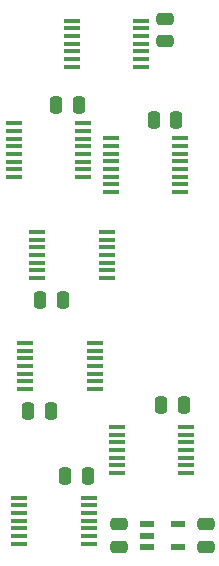
<source format=gtp>
%TF.GenerationSoftware,KiCad,Pcbnew,8.0.7*%
%TF.CreationDate,2025-01-27T14:18:06+02:00*%
%TF.ProjectId,SD Card Read Signals,53442043-6172-4642-9052-656164205369,V1*%
%TF.SameCoordinates,Original*%
%TF.FileFunction,Paste,Top*%
%TF.FilePolarity,Positive*%
%FSLAX46Y46*%
G04 Gerber Fmt 4.6, Leading zero omitted, Abs format (unit mm)*
G04 Created by KiCad (PCBNEW 8.0.7) date 2025-01-27 14:18:06*
%MOMM*%
%LPD*%
G01*
G04 APERTURE LIST*
G04 Aperture macros list*
%AMRoundRect*
0 Rectangle with rounded corners*
0 $1 Rounding radius*
0 $2 $3 $4 $5 $6 $7 $8 $9 X,Y pos of 4 corners*
0 Add a 4 corners polygon primitive as box body*
4,1,4,$2,$3,$4,$5,$6,$7,$8,$9,$2,$3,0*
0 Add four circle primitives for the rounded corners*
1,1,$1+$1,$2,$3*
1,1,$1+$1,$4,$5*
1,1,$1+$1,$6,$7*
1,1,$1+$1,$8,$9*
0 Add four rect primitives between the rounded corners*
20,1,$1+$1,$2,$3,$4,$5,0*
20,1,$1+$1,$4,$5,$6,$7,0*
20,1,$1+$1,$6,$7,$8,$9,0*
20,1,$1+$1,$8,$9,$2,$3,0*%
G04 Aperture macros list end*
%ADD10RoundRect,0.250000X-0.250000X-0.475000X0.250000X-0.475000X0.250000X0.475000X-0.250000X0.475000X0*%
%ADD11R,1.150000X0.600000*%
%ADD12R,1.450000X0.450000*%
%ADD13RoundRect,0.250000X0.250000X0.475000X-0.250000X0.475000X-0.250000X-0.475000X0.250000X-0.475000X0*%
%ADD14RoundRect,0.250000X0.475000X-0.250000X0.475000X0.250000X-0.475000X0.250000X-0.475000X-0.250000X0*%
%ADD15R,1.475000X0.450000*%
%ADD16RoundRect,0.250000X-0.475000X0.250000X-0.475000X-0.250000X0.475000X-0.250000X0.475000X0.250000X0*%
G04 APERTURE END LIST*
D10*
%TO.C,C4*%
X5416000Y-30099000D03*
X7316000Y-30099000D03*
%TD*%
D11*
%TO.C,IC45*%
X15464000Y-39690000D03*
X15464000Y-40640000D03*
X15464000Y-41590000D03*
X18064000Y-41590000D03*
X18064000Y-39690000D03*
%TD*%
D12*
%TO.C,IC4*%
X12442000Y-6996000D03*
X12442000Y-7646000D03*
X12442000Y-8296000D03*
X12442000Y-8946000D03*
X12442000Y-9596000D03*
X12442000Y-10246000D03*
X12442000Y-10896000D03*
X12442000Y-11546000D03*
X18292000Y-11546000D03*
X18292000Y-10896000D03*
X18292000Y-10246000D03*
X18292000Y-9596000D03*
X18292000Y-8946000D03*
X18292000Y-8296000D03*
X18292000Y-7646000D03*
X18292000Y-6996000D03*
%TD*%
D10*
%TO.C,C5*%
X6432000Y-20701000D03*
X8332000Y-20701000D03*
%TD*%
D13*
%TO.C,C11*%
X17952000Y-5461000D03*
X16052000Y-5461000D03*
%TD*%
D14*
%TO.C,C3*%
X13081000Y-41574000D03*
X13081000Y-39674000D03*
%TD*%
D15*
%TO.C,IC5*%
X4682000Y-37420000D03*
X4682000Y-38070000D03*
X4682000Y-38720000D03*
X4682000Y-39370000D03*
X4682000Y-40020000D03*
X4682000Y-40670000D03*
X4682000Y-41320000D03*
X10558000Y-41320000D03*
X10558000Y-40670000D03*
X10558000Y-40020000D03*
X10558000Y-39370000D03*
X10558000Y-38720000D03*
X10558000Y-38070000D03*
X10558000Y-37420000D03*
%TD*%
%TO.C,IC1*%
X9127000Y2966000D03*
X9127000Y2316000D03*
X9127000Y1666000D03*
X9127000Y1016000D03*
X9127000Y366000D03*
X9127000Y-284000D03*
X9127000Y-934000D03*
X15003000Y-934000D03*
X15003000Y-284000D03*
X15003000Y366000D03*
X15003000Y1016000D03*
X15003000Y1666000D03*
X15003000Y2316000D03*
X15003000Y2966000D03*
%TD*%
D14*
%TO.C,C2*%
X20447000Y-41574000D03*
X20447000Y-39674000D03*
%TD*%
D15*
%TO.C,IC8*%
X11066000Y-28239000D03*
X11066000Y-27589000D03*
X11066000Y-26939000D03*
X11066000Y-26289000D03*
X11066000Y-25639000D03*
X11066000Y-24989000D03*
X11066000Y-24339000D03*
X5190000Y-24339000D03*
X5190000Y-24989000D03*
X5190000Y-25639000D03*
X5190000Y-26289000D03*
X5190000Y-26939000D03*
X5190000Y-27589000D03*
X5190000Y-28239000D03*
%TD*%
D16*
%TO.C,C10*%
X17018000Y3093000D03*
X17018000Y1193000D03*
%TD*%
D15*
%TO.C,IC2*%
X12937000Y-31451000D03*
X12937000Y-32101000D03*
X12937000Y-32751000D03*
X12937000Y-33401000D03*
X12937000Y-34051000D03*
X12937000Y-34701000D03*
X12937000Y-35351000D03*
X18813000Y-35351000D03*
X18813000Y-34701000D03*
X18813000Y-34051000D03*
X18813000Y-33401000D03*
X18813000Y-32751000D03*
X18813000Y-32101000D03*
X18813000Y-31451000D03*
%TD*%
D13*
%TO.C,C9*%
X9697000Y-4191000D03*
X7797000Y-4191000D03*
%TD*%
D12*
%TO.C,IC6*%
X4202000Y-5722000D03*
X4202000Y-6372000D03*
X4202000Y-7022000D03*
X4202000Y-7672000D03*
X4202000Y-8322000D03*
X4202000Y-8972000D03*
X4202000Y-9622000D03*
X4202000Y-10272000D03*
X10052000Y-10272000D03*
X10052000Y-9622000D03*
X10052000Y-8972000D03*
X10052000Y-8322000D03*
X10052000Y-7672000D03*
X10052000Y-7022000D03*
X10052000Y-6372000D03*
X10052000Y-5722000D03*
%TD*%
D13*
%TO.C,C6*%
X18587000Y-29591000D03*
X16687000Y-29591000D03*
%TD*%
D15*
%TO.C,IC3*%
X12082000Y-18841000D03*
X12082000Y-18191000D03*
X12082000Y-17541000D03*
X12082000Y-16891000D03*
X12082000Y-16241000D03*
X12082000Y-15591000D03*
X12082000Y-14941000D03*
X6206000Y-14941000D03*
X6206000Y-15591000D03*
X6206000Y-16241000D03*
X6206000Y-16891000D03*
X6206000Y-17541000D03*
X6206000Y-18191000D03*
X6206000Y-18841000D03*
%TD*%
D13*
%TO.C,C1*%
X10459000Y-35560000D03*
X8559000Y-35560000D03*
%TD*%
M02*

</source>
